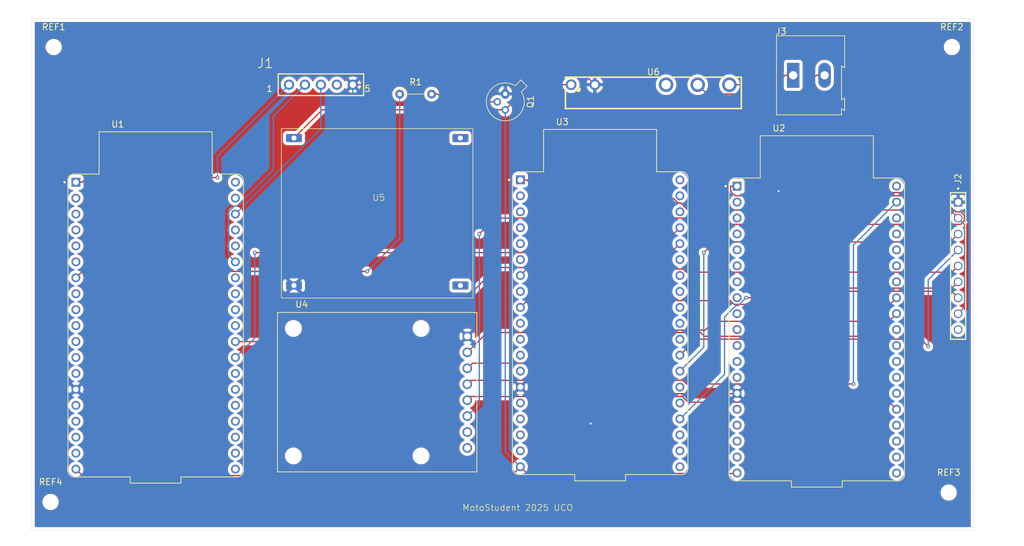
<source format=kicad_pcb>
(kicad_pcb (version 20241229) (generator "pcbnew") (generator_version "9.0")
  (layers (0 "F.Cu" signal) (2 "B.Cu" signal) (13 "F.Paste" user) (15 "B.Paste" user) (5 "F.SilkS" user "F.Silkscreen") (7 "B.SilkS" user "B.Silkscreen") (1 "F.Mask" user) (3 "B.Mask" user) (25 "Edge.Cuts" user))
  (net 0 "")
  (net 46 "Net-(U2-IO2)")
  (net 64 "Net-(U2-3V3)")
  (net 68 "Net-(U2-IO18)")
  (net 69 "Net-(U2-IO19)")
  (net 70 "Net-(U2-IO23)")
  (net 95 "GND")
  (net 96 "Net-(J1-3V3)")
  (net 97 "Net-(J1-D)")
  (net 98 "Net-(J1-C)")
  (net 100 "Net-(J2-DC)")
  (net 101 "Net-(J2-RST)")
  (net 102 "Net-(J2-BL)")
  (net 103 "Net-(J2-SDA)")
  (net 104 "Net-(J2-SCL)")
  (net 105 "Net-(J2-CS)")
  (net 106 "Net-(U1-IO17)")
  (net 107 "Net-(U1-IO16)")
  (net 114 "Net-(J3-Pin_1)")
  (net 115 "Net-(J3-Pin_2)")
  (net 116 "Net-(Q1-C)")
  (net 117 "Net-(Q1-B)")
  (net 118 "Net-(U1-IO32)")
  (footprint "ESP32-DEVKITC-32E:MODULE_ESP32-DEVKITC-32E" (layer "F.Cu") (at 195 106.5)
    (property "Reference" "U2" (at -6.0325 -32.0675 0) (layer "F.SilkS"))
    (property "Value" "ESP32-DEVKITC-32E")
    (fp_line (start -13.97 23.13) (end -13.97 -23.13) (stroke (width 0.127)) (layer "F.SilkS"))
    (fp_line (start -12.97 -24.13) (end -9 -24.13) (stroke (width 0.127)) (layer "F.SilkS"))
    (fp_line (start -12.97 24.13) (end -4.05 24.13) (stroke (width 0.127)) (layer "F.SilkS"))
    (fp_line (start -9 -30.87) (end 9 -30.87) (stroke (width 0.127)) (layer "F.SilkS"))
    (fp_line (start -9 -24.13) (end -9 -30.87) (stroke (width 0.127)) (layer "F.SilkS"))
    (fp_line (start -4.05 24.13) (end -4.05 25.13) (stroke (width 0.127)) (layer "F.SilkS"))
    (fp_line (start -4.05 25.13) (end 4.05 25.13) (stroke (width 0.127)) (layer "F.SilkS"))
    (fp_line (start 4.05 24.13) (end 12.97 24.13) (stroke (width 0.127)) (layer "F.SilkS"))
    (fp_line (start 4.05 25.13) (end 4.05 24.13) (stroke (width 0.127)) (layer "F.SilkS"))
    (fp_line (start 9 -30.87) (end 9 -24.13) (stroke (width 0.127)) (layer "F.SilkS"))
    (fp_line (start 9 -24.13) (end 12.97 -24.13) (stroke (width 0.127)) (layer "F.SilkS"))
    (fp_line (start 13.97 23.13) (end 13.97 -23.13) (stroke (width 0.127)) (layer "F.SilkS"))
    (fp_arc (start -13.97 -23.13) (mid -13.677107 -23.837107) (end -12.97 -24.13) (stroke (width 0.127)) (layer "F.SilkS"))
    (fp_arc (start -12.97 24.13) (mid -13.677107 23.837107) (end -13.97 23.13) (stroke (width 0.127)) (layer "F.SilkS"))
    (fp_arc (start 12.97 -24.13) (mid 13.677107 -23.837107) (end 13.97 -23.13) (stroke (width 0.127)) (layer "F.SilkS"))
    (fp_arc (start 13.97 23.13) (mid 13.677107 23.837107) (end 12.97 24.13) (stroke (width 0.127)) (layer "F.SilkS"))
    (fp_circle (center -14.5 -22.835) (end -14.4 -22.835) (stroke (width 0.2)) (fill no) (layer "F.SilkS"))
    (pad "J2_1" thru_hole rect (at -12.7 -22.835) (size 1.408 1.408) (drill 0.9) (layers "*.Cu" "*.Mask") (net 64 "Net-(U2-3V3)"))
    (pad "J2_2" thru_hole circle (at -12.7 -20.295) (size 1.408 1.408) (drill 0.9) (layers "*.Cu" "*.Mask"))
    (pad "J2_3" thru_hole circle (at -12.7 -17.755) (size 1.408 1.408) (drill 0.9) (layers "*.Cu" "*.Mask"))
    (pad "J2_4" thru_hole circle (at -12.7 -15.215) (size 1.408 1.408) (drill 0.9) (layers "*.Cu" "*.Mask"))
    (pad "J2_5" thru_hole circle (at -12.7 -12.675) (size 1.408 1.408) (drill 0.9) (layers "*.Cu" "*.Mask"))
    (pad "J2_6" thru_hole circle (at -12.7 -10.135) (size 1.408 1.408) (drill 0.9) (layers "*.Cu" "*.Mask"))
    (pad "J2_7" thru_hole circle (at -12.7 -7.595) (size 1.408 1.408) (drill 0.9) (layers "*.Cu" "*.Mask"))
    (pad "J2_8" thru_hole circle (at -12.7 -5.055) (size 1.408 1.408) (drill 0.9) (layers "*.Cu" "*.Mask"))
    (pad "J2_9" thru_hole circle (at -12.7 -2.515) (size 1.408 1.408) (drill 0.9) (layers "*.Cu" "*.Mask"))
    (pad "J2_10" thru_hole circle (at -12.7 0.025) (size 1.408 1.408) (drill 0.9) (layers "*.Cu" "*.Mask"))
    (pad "J2_11" thru_hole circle (at -12.7 2.565) (size 1.408 1.408) (drill 0.9) (layers "*.Cu" "*.Mask"))
    (pad "J2_12" thru_hole circle (at -12.7 5.105) (size 1.408 1.408) (drill 0.9) (layers "*.Cu" "*.Mask"))
    (pad "J2_13" thru_hole circle (at -12.7 7.645) (size 1.408 1.408) (drill 0.9) (layers "*.Cu" "*.Mask"))
    (pad "J2_14" thru_hole circle (at -12.7 10.185) (size 1.408 1.408) (drill 0.9) (layers "*.Cu" "*.Mask") (net 95 "GND"))
    (pad "J2_15" thru_hole circle (at -12.7 12.725) (size 1.408 1.408) (drill 0.9) (layers "*.Cu" "*.Mask"))
    (pad "J2_16" thru_hole circle (at -12.7 15.265) (size 1.408 1.408) (drill 0.9) (layers "*.Cu" "*.Mask"))
    (pad "J2_17" thru_hole circle (at -12.7 17.805) (size 1.408 1.408) (drill 0.9) (layers "*.Cu" "*.Mask"))
    (pad "J2_18" thru_hole circle (at -12.7 20.345) (size 1.408 1.408) (drill 0.9) (layers "*.Cu" "*.Mask"))
    (pad "J2_19" thru_hole circle (at -12.7 22.885) (size 1.408 1.408) (drill 0.9) (layers "*.Cu" "*.Mask") (net 116 "Net-(Q1-C)"))
    (pad "J3_1" thru_hole circle (at 12.7 -22.835) (size 1.408 1.408) (drill 0.9) (layers "*.Cu" "*.Mask"))
    (pad "J3_2" thru_hole circle (at 12.7 -20.295) (size 1.408 1.408) (drill 0.9) (layers "*.Cu" "*.Mask") (net 70 "Net-(U2-IO23)"))
    (pad "J3_3" thru_hole circle (at 12.7 -17.755) (size 1.408 1.408) (drill 0.9) (layers "*.Cu" "*.Mask"))
    (pad "J3_4" thru_hole circle (at 12.7 -15.215) (size 1.408 1.408) (drill 0.9) (layers "*.Cu" "*.Mask"))
    (pad "J3_5" thru_hole circle (at 12.7 -12.675) (size 1.408 1.408) (drill 0.9) (layers "*.Cu" "*.Mask"))
    (pad "J3_6" thru_hole circle (at 12.7 -10.135) (size 1.408 1.408) (drill 0.9) (layers "*.Cu" "*.Mask"))
    (pad "J3_7" thru_hole circle (at 12.7 -7.595) (size 1.408 1.408) (drill 0.9) (layers "*.Cu" "*.Mask"))
    (pad "J3_8" thru_hole circle (at 12.7 -5.055) (size 1.408 1.408) (drill 0.9) (layers "*.Cu" "*.Mask") (net 69 "Net-(U2-IO19)"))
    (pad "J3_9" thru_hole circle (at 12.7 -2.515) (size 1.408 1.408) (drill 0.9) (layers "*.Cu" "*.Mask") (net 68 "Net-(U2-IO18)"))
    (pad "J3_10" thru_hole circle (at 12.7 0.025) (size 1.408 1.408) (drill 0.9) (layers "*.Cu" "*.Mask"))
    (pad "J3_11" thru_hole circle (at 12.7 2.565) (size 1.408 1.408) (drill 0.9) (layers "*.Cu" "*.Mask"))
    (pad "J3_12" thru_hole circle (at 12.7 5.105) (size 1.408 1.408) (drill 0.9) (layers "*.Cu" "*.Mask"))
    (pad "J3_13" thru_hole circle (at 12.7 7.645) (size 1.408 1.408) (drill 0.9) (layers "*.Cu" "*.Mask"))
    (pad "J3_14" thru_hole circle (at 12.7 10.185) (size 1.408 1.408) (drill 0.9) (layers "*.Cu" "*.Mask"))
    (pad "J3_15" thru_hole circle (at 12.7 12.725) (size 1.408 1.408) (drill 0.9) (layers "*.Cu" "*.Mask") (net 46 "Net-(U2-IO2)"))
    (pad "J3_16" thru_hole circle (at 12.7 15.265) (size 1.408 1.408) (drill 0.9) (layers "*.Cu" "*.Mask"))
    (pad "J3_17" thru_hole circle (at 12.7 17.805) (size 1.408 1.408) (drill 0.9) (layers "*.Cu" "*.Mask"))
    (pad "J3_18" thru_hole circle (at 12.7 20.345) (size 1.408 1.408) (drill 0.9) (layers "*.Cu" "*.Mask"))
    (pad "J3_19" thru_hole circle (at 12.7 22.885) (size 1.408 1.408) (drill 0.9) (layers "*.Cu" "*.Mask"))
  )
  (footprint "Library:MODULE_254" (layer "F.Cu") (at 125 116.5)
    (property "Reference" "U4" (at -12 -14 0) (layer "F.SilkS"))
    (property "Value" "YL-30")
    (fp_line (start -15.875 -12.7) (end 15.875 -12.7) (stroke (width 0.127)) (layer "F.SilkS"))
    (fp_line (start -15.875 12.7) (end -15.875 -12.7) (stroke (width 0.127)) (layer "F.SilkS"))
    (fp_line (start 15.875 -12.7) (end 15.875 12.7) (stroke (width 0.127)) (layer "F.SilkS"))
    (fp_line (start 15.875 12.7) (end -15.875 12.7) (stroke (width 0.127)) (layer "F.SilkS"))
    (pad "" np_thru_hole circle (at -13.335 -10.16) (size 2.2 2.2) (drill 2.2) (layers "*.Cu" "*.Mask"))
    (pad "" np_thru_hole circle (at -13.335 10.16) (size 2.2 2.2) (drill 2.2) (layers "*.Cu" "*.Mask"))
    (pad "" np_thru_hole circle (at 6.985 -10.16) (size 2.2 2.2) (drill 2.2) (layers "*.Cu" "*.Mask"))
    (pad "" np_thru_hole circle (at 6.985 10.16) (size 2.2 2.2) (drill 2.2) (layers "*.Cu" "*.Mask"))
    (pad "1" thru_hole circle (at 14.351 -8.89) (size 1.53 1.53) (drill 1.02) (layers "*.Cu" "*.Mask") (net 95 "GND"))
    (pad "2" thru_hole circle (at 14.351 -6.35) (size 1.53 1.53) (drill 1.02) (layers "*.Cu" "*.Mask") (net 69 "Net-(U2-IO19)"))
    (pad "3" thru_hole circle (at 14.351 -3.81) (size 1.53 1.53) (drill 1.02) (layers "*.Cu" "*.Mask") (net 68 "Net-(U2-IO18)"))
    (pad "4" thru_hole circle (at 14.351 -1.27) (size 1.53 1.53) (drill 1.02) (layers "*.Cu" "*.Mask") (net 70 "Net-(U2-IO23)"))
    (pad "5" thru_hole circle (at 14.351 1.27) (size 1.53 1.53) (drill 1.02) (layers "*.Cu" "*.Mask") (net 46 "Net-(U2-IO2)"))
    (pad "6" thru_hole circle (at 14.351 3.81) (size 1.53 1.53) (drill 1.02) (layers "*.Cu" "*.Mask") (net 64 "Net-(U2-3V3)"))
    (pad "7" thru_hole circle (at 14.351 6.35) (size 1.53 1.53) (drill 1.02) (layers "*.Cu" "*.Mask"))
    (pad "8" thru_hole circle (at 14.351 8.89) (size 1.53 1.53) (drill 1.02) (layers "*.Cu" "*.Mask"))
  )
  (footprint "ESP32-DEVKITC-32E:MODULE_ESP32-DEVKITC-32E" (layer "F.Cu") (at 89.7275 105.87)
    (property "Reference" "U1" (at -6.0325 -32.0675 0) (layer "F.SilkS"))
    (property "Value" "ESP32-DEVKITC-32E")
    (fp_line (start -13.97 23.13) (end -13.97 -23.13) (stroke (width 0.127)) (layer "F.SilkS"))
    (fp_line (start -12.97 -24.13) (end -9 -24.13) (stroke (width 0.127)) (layer "F.SilkS"))
    (fp_line (start -12.97 24.13) (end -4.05 24.13) (stroke (width 0.127)) (layer "F.SilkS"))
    (fp_line (start -9 -30.87) (end 9 -30.87) (stroke (width 0.127)) (layer "F.SilkS"))
    (fp_line (start -9 -24.13) (end -9 -30.87) (stroke (width 0.127)) (layer "F.SilkS"))
    (fp_line (start -4.05 24.13) (end -4.05 25.13) (stroke (width 0.127)) (layer "F.SilkS"))
    (fp_line (start -4.05 25.13) (end 4.05 25.13) (stroke (width 0.127)) (layer "F.SilkS"))
    (fp_line (start 4.05 24.13) (end 12.97 24.13) (stroke (width 0.127)) (layer "F.SilkS"))
    (fp_line (start 4.05 25.13) (end 4.05 24.13) (stroke (width 0.127)) (layer "F.SilkS"))
    (fp_line (start 9 -30.87) (end 9 -24.13) (stroke (width 0.127)) (layer "F.SilkS"))
    (fp_line (start 9 -24.13) (end 12.97 -24.13) (stroke (width 0.127)) (layer "F.SilkS"))
    (fp_line (start 13.97 23.13) (end 13.97 -23.13) (stroke (width 0.127)) (layer "F.SilkS"))
    (fp_arc (start -13.97 -23.13) (mid -13.677107 -23.837107) (end -12.97 -24.13) (stroke (width 0.127)) (layer "F.SilkS"))
    (fp_arc (start -12.97 24.13) (mid -13.677107 23.837107) (end -13.97 23.13) (stroke (width 0.127)) (layer "F.SilkS"))
    (fp_arc (start 12.97 -24.13) (mid 13.677107 -23.837107) (end 13.97 -23.13) (stroke (width 0.127)) (layer "F.SilkS"))
    (fp_arc (start 13.97 23.13) (mid 13.677107 23.837107) (end 12.97 24.13) (stroke (width 0.127)) (layer "F.SilkS"))
    (fp_circle (center -14.5 -22.835) (end -14.4 -22.835) (stroke (width 0.2)) (fill no) (layer "F.SilkS"))
    (pad "J2_1" thru_hole rect (at -12.7 -22.835) (size 1.408 1.408) (drill 0.9) (layers "*.Cu" "*.Mask") (net 96 "Net-(J1-3V3)"))
    (pad "J2_2" thru_hole circle (at -12.7 -20.295) (size 1.408 1.408) (drill 0.9) (layers "*.Cu" "*.Mask"))
    (pad "J2_3" thru_hole circle (at -12.7 -17.755) (size 1.408 1.408) (drill 0.9) (layers "*.Cu" "*.Mask"))
    (pad "J2_4" thru_hole circle (at -12.7 -15.215) (size 1.408 1.408) (drill 0.9) (layers "*.Cu" "*.Mask"))
    (pad "J2_5" thru_hole circle (at -12.7 -12.675) (size 1.408 1.408) (drill 0.9) (layers "*.Cu" "*.Mask"))
    (pad "J2_6" thru_hole circle (at -12.7 -10.135) (size 1.408 1.408) (drill 0.9) (layers "*.Cu" "*.Mask"))
    (pad "J2_7" thru_hole circle (at -12.7 -7.595) (size 1.408 1.408) (drill 0.9) (layers "*.Cu" "*.Mask") (net 118 "Net-(U1-IO32)"))
    (pad "J2_8" thru_hole circle (at -12.7 -5.055) (size 1.408 1.408) (drill 0.9) (layers "*.Cu" "*.Mask"))
    (pad "J2_9" thru_hole circle (at -12.7 -2.515) (size 1.408 1.408) (drill 0.9) (layers "*.Cu" "*.Mask"))
    (pad "J2_10" thru_hole circle (at -12.7 0.025) (size 1.408 1.408) (drill 0.9) (layers "*.Cu" "*.Mask"))
    (pad "J2_11" thru_hole circle (at -12.7 2.565) (size 1.408 1.408) (drill 0.9) (layers "*.Cu" "*.Mask"))
    (pad "J2_12" thru_hole circle (at -12.7 5.105) (size 1.408 1.408) (drill 0.9) (layers "*.Cu" "*.Mask"))
    (pad "J2_13" thru_hole circle (at -12.7 7.645) (size 1.408 1.408) (drill 0.9) (layers "*.Cu" "*.Mask"))
    (pad "J2_14" thru_hole circle (at -12.7 10.185) (size 1.408 1.408) (drill 0.9) (layers "*.Cu" "*.Mask") (net 95 "GND"))
    (pad "J2_15" thru_hole circle (at -12.7 12.725) (size 1.408 1.408) (drill 0.9) (layers "*.Cu" "*.Mask"))
    (pad "J2_16" thru_hole circle (at -12.7 15.265) (size 1.408 1.408) (drill 0.9) (layers "*.Cu" "*.Mask"))
    (pad "J2_17" thru_hole circle (at -12.7 17.805) (size 1.408 1.408) (drill 0.9) (layers "*.Cu" "*.Mask"))
    (pad "J2_18" thru_hole circle (at -12.7 20.345) (size 1.408 1.408) (drill 0.9) (layers "*.Cu" "*.Mask"))
    (pad "J2_19" thru_hole circle (at -12.7 22.885) (size 1.408 1.408) (drill 0.9) (layers "*.Cu" "*.Mask") (net 116 "Net-(Q1-C)"))
    (pad "J3_1" thru_hole circle (at 12.7 -22.835) (size 1.408 1.408) (drill 0.9) (layers "*.Cu" "*.Mask"))
    (pad "J3_2" thru_hole circle (at 12.7 -20.295) (size 1.408 1.408) (drill 0.9) (layers "*.Cu" "*.Mask"))
    (pad "J3_3" thru_hole circle (at 12.7 -17.755) (size 1.408 1.408) (drill 0.9) (layers "*.Cu" "*.Mask") (net 98 "Net-(J1-C)"))
    (pad "J3_4" thru_hole circle (at 12.7 -15.215) (size 1.408 1.408) (drill 0.9) (layers "*.Cu" "*.Mask"))
    (pad "J3_5" thru_hole circle (at 12.7 -12.675) (size 1.408 1.408) (drill 0.9) (layers "*.Cu" "*.Mask"))
    (pad "J3_6" thru_hole circle (at 12.7 -10.135) (size 1.408 1.408) (drill 0.9) (layers "*.Cu" "*.Mask") (net 97 "Net-(J1-D)"))
    (pad "J3_7" thru_hole circle (at 12.7 -7.595) (size 1.408 1.408) (drill 0.9) (layers "*.Cu" "*.Mask"))
    (pad "J3_8" thru_hole circle (at 12.7 -5.055) (size 1.408 1.408) (drill 0.9) (layers "*.Cu" "*.Mask"))
    (pad "J3_9" thru_hole circle (at 12.7 -2.515) (size 1.408 1.408) (drill 0.9) (layers "*.Cu" "*.Mask"))
    (pad "J3_10" thru_hole circle (at 12.7 0.025) (size 1.408 1.408) (drill 0.9) (layers "*.Cu" "*.Mask"))
    (pad "J3_11" thru_hole circle (at 12.7 2.565) (size 1.408 1.408) (drill 0.9) (layers "*.Cu" "*.Mask") (net 106 "Net-(U1-IO17)"))
    (pad "J3_12" thru_hole circle (at 12.7 5.105) (size 1.408 1.408) (drill 0.9) (layers "*.Cu" "*.Mask") (net 107 "Net-(U1-IO16)"))
    (pad "J3_13" thru_hole circle (at 12.7 7.645) (size 1.408 1.408) (drill 0.9) (layers "*.Cu" "*.Mask"))
    (pad "J3_14" thru_hole circle (at 12.7 10.185) (size 1.408 1.408) (drill 0.9) (layers "*.Cu" "*.Mask"))
    (pad "J3_15" thru_hole circle (at 12.7 12.725) (size 1.408 1.408) (drill 0.9) (layers "*.Cu" "*.Mask"))
    (pad "J3_16" thru_hole circle (at 12.7 15.265) (size 1.408 1.408) (drill 0.9) (layers "*.Cu" "*.Mask"))
    (pad "J3_17" thru_hole circle (at 12.7 17.805) (size 1.408 1.408) (drill 0.9) (layers "*.Cu" "*.Mask"))
    (pad "J3_18" thru_hole circle (at 12.7 20.345) (size 1.408 1.408) (drill 0.9) (layers "*.Cu" "*.Mask"))
    (pad "J3_19" thru_hole circle (at 12.7 22.885) (size 1.408 1.408) (drill 0.9) (layers "*.Cu" "*.Mask"))
  )
  (footprint "ESP32-DEVKITC-32E:MODULE_ESP32-DEVKITC-32E" (layer "F.Cu") (at 160.5 105.5)
    (property "Reference" "U3" (at -6.0325 -32.0675 0) (layer "F.SilkS"))
    (property "Value" "ESP32-DEVKITC-32E")
    (fp_line (start -13.97 23.13) (end -13.97 -23.13) (stroke (width 0.127)) (layer "F.SilkS"))
    (fp_line (start -12.97 -24.13) (end -9 -24.13) (stroke (width 0.127)) (layer "F.SilkS"))
    (fp_line (start -12.97 24.13) (end -4.05 24.13) (stroke (width 0.127)) (layer "F.SilkS"))
    (fp_line (start -9 -30.87) (end 9 -30.87) (stroke (width 0.127)) (layer "F.SilkS"))
    (fp_line (start -9 -24.13) (end -9 -30.87) (stroke (width 0.127)) (layer "F.SilkS"))
    (fp_line (start -4.05 24.13) (end -4.05 25.13) (stroke (width 0.127)) (layer "F.SilkS"))
    (fp_line (start -4.05 25.13) (end 4.05 25.13) (stroke (width 0.127)) (layer "F.SilkS"))
    (fp_line (start 4.05 24.13) (end 12.97 24.13) (stroke (width 0.127)) (layer "F.SilkS"))
    (fp_line (start 4.05 25.13) (end 4.05 24.13) (stroke (width 0.127)) (layer "F.SilkS"))
    (fp_line (start 9 -30.87) (end 9 -24.13) (stroke (width 0.127)) (layer "F.SilkS"))
    (fp_line (start 9 -24.13) (end 12.97 -24.13) (stroke (width 0.127)) (layer "F.SilkS"))
    (fp_line (start 13.97 23.13) (end 13.97 -23.13) (stroke (width 0.127)) (layer "F.SilkS"))
    (fp_arc (start -13.97 -23.13) (mid -13.677107 -23.837107) (end -12.97 -24.13) (stroke (width 0.127)) (layer "F.SilkS"))
    (fp_arc (start -12.97 24.13) (mid -13.677107 23.837107) (end -13.97 23.13) (stroke (width 0.127)) (layer "F.SilkS"))
    (fp_arc (start 12.97 -24.13) (mid 13.677107 -23.837107) (end 13.97 -23.13) (stroke (width 0.127)) (layer "F.SilkS"))
    (fp_arc (start 13.97 23.13) (mid 13.677107 23.837107) (end 12.97 24.13) (stroke (width 0.127)) (layer "F.SilkS"))
    (fp_circle (center -14.5 -22.835) (end -14.4 -22.835) (stroke (width 0.2)) (fill no) (layer "F.SilkS"))
    (pad "J2_1" thru_hole rect (at -12.7 -22.835) (size 1.408 1.408) (drill 0.9) (layers "*.Cu" "*.Mask") (net 102 "Net-(J2-BL)"))
    (pad "J2_2" thru_hole circle (at -12.7 -20.295) (size 1.408 1.408) (drill 0.9) (layers "*.Cu" "*.Mask"))
    (pad "J2_3" thru_hole circle (at -12.7 -17.755) (size 1.408 1.408) (drill 0.9) (layers "*.Cu" "*.Mask"))
    (pad "J2_4" thru_hole circle (at -12.7 -15.215) (size 1.408 1.408) (drill 0.9) (layers "*.Cu" "*.Mask"))
    (pad "J2_5" thru_hole circle (at -12.7 -12.675) (size 1.408 1.408) (drill 0.9) (layers "*.Cu" "*.Mask"))
    (pad "J2_6" thru_hole circle (at -12.7 -10.135) (size 1.408 1.408) (drill 0.9) (layers "*.Cu" "*.Mask"))
    (pad "J2_7" thru_hole circle (at -12.7 -7.595) (size 1.408 1.408) (drill 0.9) (layers "*.Cu" "*.Mask") (net 101 "Net-(J2-RST)"))
    (pad "J2_8" thru_hole circle (at -12.7 -5.055) (size 1.408 1.408) (drill 0.9) (layers "*.Cu" "*.Mask"))
    (pad "J2_9" thru_hole circle (at -12.7 -2.515) (size 1.408 1.408) (drill 0.9) (layers "*.Cu" "*.Mask") (net 105 "Net-(J2-CS)"))
    (pad "J2_10" thru_hole circle (at -12.7 0.025) (size 1.408 1.408) (drill 0.9) (layers "*.Cu" "*.Mask"))
    (pad "J2_11" thru_hole circle (at -12.7 2.565) (size 1.408 1.408) (drill 0.9) (layers "*.Cu" "*.Mask"))
    (pad "J2_12" thru_hole circle (at -12.7 5.105) (size 1.408 1.408) (drill 0.9) (layers "*.Cu" "*.Mask"))
    (pad "J2_13" thru_hole circle (at -12.7 7.645) (size 1.408 1.408) (drill 0.9) (layers "*.Cu" "*.Mask"))
    (pad "J2_14" thru_hole circle (at -12.7 10.185) (size 1.408 1.408) (drill 0.9) (layers "*.Cu" "*.Mask") (net 95 "GND"))
    (pad "J2_15" thru_hole circle (at -12.7 12.725) (size 1.408 1.408) (drill 0.9) (layers "*.Cu" "*.Mask"))
    (pad "J2_16" thru_hole circle (at -12.7 15.265) (size 1.408 1.408) (drill 0.9) (layers "*.Cu" "*.Mask"))
    (pad "J2_17" thru_hole circle (at -12.7 17.805) (size 1.408 1.408) (drill 0.9) (layers "*.Cu" "*.Mask"))
    (pad "J2_18" thru_hole circle (at -12.7 20.345) (size 1.408 1.408) (drill 0.9) (layers "*.Cu" "*.Mask"))
    (pad "J2_19" thru_hole circle (at -12.7 22.885) (size 1.408 1.408) (drill 0.9) (layers "*.Cu" "*.Mask") (net 116 "Net-(Q1-C)"))
    (pad "J3_1" thru_hole circle (at 12.7 -22.835) (size 1.408 1.408) (drill 0.9) (layers "*.Cu" "*.Mask"))
    (pad "J3_2" thru_hole circle (at 12.7 -20.295) (size 1.408 1.408) (drill 0.9) (layers "*.Cu" "*.Mask"))
    (pad "J3_3" thru_hole circle (at 12.7 -17.755) (size 1.408 1.408) (drill 0.9) (layers "*.Cu" "*.Mask"))
    (pad "J3_4" thru_hole circle (at 12.7 -15.215) (size 1.408 1.408) (drill 0.9) (layers "*.Cu" "*.Mask") (net 107 "Net-(U1-IO16)"))
    (pad "J3_5" thru_hole circle (at 12.7 -12.675) (size 1.408 1.408) (drill 0.9) (layers "*.Cu" "*.Mask") (net 106 "Net-(U1-IO17)"))
    (pad "J3_6" thru_hole circle (at 12.7 -10.135) (size 1.408 1.408) (drill 0.9) (layers "*.Cu" "*.Mask"))
    (pad "J3_7" thru_hole circle (at 12.7 -7.595) (size 1.408 1.408) (drill 0.9) (layers "*.Cu" "*.Mask"))
    (pad "J3_8" thru_hole circle (at 12.7 -5.055) (size 1.408 1.408) (drill 0.9) (layers "*.Cu" "*.Mask"))
    (pad "J3_9" thru_hole circle (at 12.7 -2.515) (size 1.408 1.408) (drill 0.9) (layers "*.Cu" "*.Mask"))
    (pad "J3_10" thru_hole circle (at 12.7 0.025) (size 1.408 1.408) (drill 0.9) (layers "*.Cu" "*.Mask"))
    (pad "J3_11" thru_hole circle (at 12.7 2.565) (size 1.408 1.408) (drill 0.9) (layers "*.Cu" "*.Mask"))
    (pad "J3_12" thru_hole circle (at 12.7 5.105) (size 1.408 1.408) (drill 0.9) (layers "*.Cu" "*.Mask") (net 103 "Net-(J2-SDA)"))
    (pad "J3_13" thru_hole circle (at 12.7 7.645) (size 1.408 1.408) (drill 0.9) (layers "*.Cu" "*.Mask") (net 104 "Net-(J2-SCL)"))
    (pad "J3_14" thru_hole circle (at 12.7 10.185) (size 1.408 1.408) (drill 0.9) (layers "*.Cu" "*.Mask"))
    (pad "J3_15" thru_hole circle (at 12.7 12.725) (size 1.408 1.408) (drill 0.9) (layers "*.Cu" "*.Mask"))
    (pad "J3_16" thru_hole circle (at 12.7 15.265) (size 1.408 1.408) (drill 0.9) (layers "*.Cu" "*.Mask") (net 100 "Net-(J2-DC)"))
    (pad "J3_17" thru_hole circle (at 12.7 17.805) (size 1.408 1.408) (drill 0.9) (layers "*.Cu" "*.Mask"))
    (pad "J3_18" thru_hole circle (at 12.7 20.345) (size 1.408 1.408) (drill 0.9) (layers "*.Cu" "*.Mask"))
    (pad "J3_19" thru_hole circle (at 12.7 22.885) (size 1.408 1.408) (drill 0.9) (layers "*.Cu" "*.Mask"))
  )
  (footprint "relais:RELAY-TH_HF41F-X-ZS_C9900006963" (layer "F.Cu") (at 168.48 67.5)
    (property "Reference" "U6" (at 0.5 -2.027 0) (layer "F.SilkS"))
    (property "Value" "~")
    (fp_line (start -13.5 -1.2) (end -13.5 -0.597) (stroke (width 0.254)) (layer "F.SilkS"))
    (fp_line (start -13.5 -1.2) (end 1.8385 -1.2) (stroke (width 0.254)) (layer "F.SilkS"))
    (fp_line (start -13.5 0.597) (end -13.5 3.8) (stroke (width 0.254)) (layer "F.SilkS"))
    (fp_line (start 3.2015 -1.2) (end 6.8785 -1.2) (stroke (width 0.254)) (layer "F.SilkS"))
    (fp_line (start 8.2415 -1.2) (end 11.9185 -1.2) (stroke (width 0.254)) (layer "F.SilkS"))
    (fp_line (start 13.2815 -1.2) (end 14.5 -1.2) (stroke (width 0.254)) (layer "F.SilkS"))
    (fp_line (start 14.5 -1.2) (end 14.5 3.8) (stroke (width 0.254)) (layer "F.SilkS"))
    (fp_line (start 14.5 3.8) (end -13.5 3.8) (stroke (width 0.254)) (layer "F.SilkS"))
    (fp_circle (center -11.4305 0.762) (end -11.2305 0.762) (stroke (width 0.4)) (fill no) (layer "F.SilkS"))
    (pad "1" thru_hole circle (at -12.6 0) (size 1.7 1.7) (drill 1.1) (layers "*.Cu" "*.Mask") (net 116 "Net-(Q1-C)"))
    (pad "2" thru_hole circle (at -8.8205 0) (size 1.7 1.7) (drill 1.1) (layers "*.Cu" "*.Mask") (net 95 "GND"))
    (pad "3" thru_hole circle (at 2.52 0) (size 2.3 2.3) (drill 1.5) (layers "*.Cu" "*.Mask"))
    (pad "4" thru_hole circle (at 7.56 0) (size 2.3 2.3) (drill 1.5) (layers "*.Cu" "*.Mask") (net 115 "Net-(J3-Pin_2)"))
    (pad "5" thru_hole circle (at 12.6 0) (size 2.3 2.3) (drill 1.5) (layers "*.Cu" "*.Mask") (net 114 "Net-(J3-Pin_1)"))
  )
  (footprint "Package_TO_SOT_THT:TO-18-3" (layer "F.Cu") (at 145.3953 68.96 -90)
    (property "Reference" "Q1" (at 1.27 -4.02 90) (layer "F.SilkS"))
    (property "Value" "BC107")
    (fp_line (start -2.214448 -2.494499) (end -1.302281 -1.582331) (stroke (width 0.12)) (layer "F.SilkS"))
    (fp_line (start -0.312331 -2.572281) (end -1.224499 -3.484448) (stroke (width 0.12)) (layer "F.SilkS"))
    (fp_line (start -1.224499 -3.484448) (end -2.214448 -2.494499) (stroke (width 0.12)) (layer "F.SilkS"))
    (fp_arc (start -0.312331 -2.572281) (mid 3.405462 2.135462) (end -1.302281 -1.582331) (stroke (width 0.12)) (layer "F.SilkS"))
    (pad "1" thru_hole oval (at 0 0 270) (size 1.6 1.2) (drill 0.7) (layers "*.Cu" "*.Mask") (net 95 "GND"))
    (pad "2" thru_hole circle (at 1.27 1.27 270) (size 1.2 1.2) (drill 0.7) (layers "*.Cu" "*.Mask") (net 117 "Net-(Q1-B)"))
    (pad "3" thru_hole circle (at 2.54 0 270) (size 1.2 1.2) (drill 0.7) (layers "*.Cu" "*.Mask") (net 116 "Net-(Q1-C)"))
  )
  (footprint "MountingHole:MountingHole_2.1mm" (layer "F.Cu") (at 216 132.5)
    (property "Reference" "REF3" (at 0 -3.2 0) (layer "F.SilkS"))
    (property "Value" "MountingHole_2.1mm")
    (pad "" np_thru_hole circle (at 0 0) (size 2.1 2.1) (drill 2.1) (layers "*.Cu" "*.Mask"))
  )
  (footprint "Resistor_THT:R_Axial_DIN0204_L3.6mm_D1.6mm_P5.08mm_Vertical" (layer "F.Cu") (at 128.59 69)
    (property "Reference" "R1" (at 2.54 -1.92 0) (layer "F.SilkS"))
    (property "Value" "R")
    (fp_line (start 0.92 0) (end 4.08 0) (stroke (width 0.12)) (layer "F.SilkS"))
    (fp_circle (center 0 0) (end 0.92 0) (stroke (width 0.12)) (fill no) (layer "F.SilkS"))
    (pad "1" thru_hole circle (at 0 0) (size 1.4 1.4) (drill 0.7) (layers "*.Cu" "*.Mask") (net 118 "Net-(U1-IO32)"))
    (pad "2" thru_hole oval (at 5.08 0) (size 1.4 1.4) (drill 0.7) (layers "*.Cu" "*.Mask") (net 117 "Net-(Q1-B)"))
  )
  (footprint "LM2596:LM25" (layer "F.Cu") (at 111.75 76)
    (property "Reference" "U5" (at 13.5 9.5 0) (layer "F.SilkS") (effects (font (thickness 0.1))))
    (property "Value" "~")
    (fp_rect (start -2 -1.5) (end 28.5 25.5) (stroke (width 0.1)) (fill no) (layer "F.SilkS"))
    (pad "1" thru_hole roundrect (at 0 0) (size 2.54 1.27) (drill 0.8) (layers "*.Cu" "*.Mask") (roundrect_rratio 0.15) (net 116 "Net-(Q1-C)"))
    (pad "2" thru_hole roundrect (at 0 23.5) (size 2.54 1.27) (drill 0.8) (layers "*.Cu" "*.Mask") (roundrect_rratio 0.15) (net 95 "GND"))
    (pad "3" thru_hole roundrect (at 26.5 23.5) (size 2.54 1.27) (drill 0.8) (layers "*.Cu" "*.Mask") (roundrect_rratio 0.15))
    (pad "4" thru_hole roundrect (at 26.5 0) (size 2.54 1.27) (drill 0.8) (layers "*.Cu" "*.Mask") (roundrect_rratio 0.15))
  )
  (footprint "TerminalBlock:TerminalBlock_Altech_AK300-2_P5.00mm" (layer "F.Cu") (at 191.235 66)
    (property "Reference" "J3" (at -1.92 -6.99 0) (layer "F.SilkS"))
    (property "Value" "Screw_Terminal_01x02")
    (fp_line (start -2.65 -6.3) (end -2.65 6.3) (stroke (width 0.12)) (layer "F.SilkS"))
    (fp_line (start -2.65 6.3) (end 7.7 6.3) (stroke (width 0.12)) (layer "F.SilkS"))
    (fp_line (start 7.7 -1.5) (end 8.2 -1.2) (stroke (width 0.12)) (layer "F.SilkS"))
    (fp_line (start 7.7 3.9) (end 7.7 -1.5) (stroke (width 0.12)) (layer "F.SilkS"))
    (fp_line (start 7.7 5.35) (end 8.2 5.6) (stroke (width 0.12)) (layer "F.SilkS"))
    (fp_line (start 7.7 6.3) (end 7.7 5.35) (stroke (width 0.12)) (layer "F.SilkS"))
    (fp_line (start 8.2 -6.3) (end -2.65 -6.3) (stroke (width 0.12)) (layer "F.SilkS"))
    (fp_line (start 8.2 -1.2) (end 8.2 -6.3) (stroke (width 0.12)) (layer "F.SilkS"))
    (fp_line (start 8.2 3.65) (end 7.7 3.9) (stroke (width 0.12)) (layer "F.SilkS"))
    (fp_line (start 8.2 3.7) (end 8.2 3.65) (stroke (width 0.12)) (layer "F.SilkS"))
    (fp_line (start 8.2 5.6) (end 8.2 3.7) (stroke (width 0.12)) (layer "F.SilkS"))
    (pad "1" thru_hole rect (at 0 0) (size 1.98 3.96) (drill 1.32) (layers "*.Cu" "*.Mask") (net 114 "Net-(J3-Pin_1)"))
    (pad "2" thru_hole oval (at 5 0) (size 1.98 3.96) (drill 1.32) (layers "*.Cu" "*.Mask") (net 115 "Net-(J3-Pin_2)"))
  )
  (footprint "MountingHole:MountingHole_2.1mm" (layer "F.Cu") (at 216.5 61.5)
    (property "Reference" "REF2" (at 0 -3.2 0) (layer "F.SilkS"))
    (property "Value" "MountingHole_2.1mm")
    (pad "" np_thru_hole circle (at 0 0) (size 2.1 2.1) (drill 2.1) (layers "*.Cu" "*.Mask"))
  )
  (footprint "MountingHole:MountingHole_2.1mm" (layer "F.Cu") (at 73.5 61.5)
    (property "Reference" "REF1" (at 0 -3.2 0) (layer "F.SilkS"))
    (property "Value" "MountingHole_2.1mm")
    (pad "" np_thru_hole circle (at 0 0) (size 2.1 2.1) (drill 2.1) (layers "*.Cu" "*.Mask"))
  )
  (footprint "MountingHole:MountingHole_2.1mm" (layer "F.Cu") (at 73 134)
    (property "Reference" "REF4" (at 0 -3.2 0) (layer "F.SilkS"))
    (property "Value" "MountingHole_2.1mm")
    (pad "" np_thru_hole circle (at 0 0) (size 2.1 2.1) (drill 2.1) (layers "*.Cu" "*.Mask"))
  )
  (footprint "SAMTEC-DW-05-07-X-S-200:SAMTEC-DW-05-07-X-S-200" (layer "F.Cu") (at 116.04 67.5)
    (property "Reference" "J1" (at -8.8685 -3.4075 0) (layer "F.SilkS") (effects (font (size 1.5 1.5))))
    (property "Value" "conn1x05")
    (fp_line (start -6.8 -1.72) (end -6.8 1.72) (stroke (width 0.2)) (layer "F.SilkS"))
    (fp_line (start -6.8 1.72) (end 6.8 1.72) (stroke (width 0.2)) (layer "F.SilkS"))
    (fp_line (start 6.8 -1.72) (end -6.8 -1.72) (stroke (width 0.2)) (layer "F.SilkS"))
    (fp_line (start 6.8 1.72) (end 6.8 -1.72) (stroke (width 0.2)) (layer "F.SilkS"))
    (fp_text user "5" (at 7.42 0.635 0) (layer "F.SilkS"))
    (fp_text user "1" (at -8.17 0.635 0) (layer "F.SilkS"))
    (pad "1" thru_hole circle (at -5.08 0) (size 1.62 1.62) (drill 1.02) (layers "*.Cu") (net 96 "Net-(J1-3V3)"))
    (pad "2" thru_hole circle (at -2.54 0) (size 1.62 1.62) (drill 1.02) (layers "*.Cu") (net 97 "Net-(J1-D)"))
    (pad "3" thru_hole circle (at 0 0) (size 1.62 1.62) (drill 1.02) (layers "*.Cu") (net 98 "Net-(J1-C)"))
    (pad "4" thru_hole circle (at 2.54 0) (size 1.62 1.62) (drill 1.02) (layers "*.Cu"))
    (pad "5" thru_hole circle (at 5.08 0) (size 1.62 1.62) (drill 1.02) (layers "*.Cu") (net 95 "GND"))
  )
  (footprint "ESQ-109-33-G-S:SAMTEC_ESQ-109-33-G-S" (layer "F.Cu") (at 217.5 86.22 -90)
    (property "Reference" "J2" (at -3.72 0 90) (layer "F.SilkS"))
    (property "Value" "Display")
    (fp_line (start -1.525 1.205) (end -1.525 -1.205) (stroke (width 0.2)) (layer "F.SilkS"))
    (fp_line (start 21.845 1.205) (end -1.525 1.205) (stroke (width 0.2)) (layer "F.SilkS"))
    (fp_line (start 21.845 -1.205) (end 21.845 1.205) (stroke (width 0.2)) (layer "F.SilkS"))
    (fp_line (start 21.845 -1.205) (end -1.525 -1.205) (stroke (width 0.2)) (layer "F.SilkS"))
    (fp_circle (center -2.175 0) (end -2.075 0) (stroke (width 0.2)) (fill no) (layer "F.SilkS"))
    (pad "01" thru_hole rect (at 0 0 270) (size 1.37 1.37) (drill 1.02) (layers "*.Cu" "*.Mask") (net 95 "GND"))
    (pad "02" thru_hole circle (at 2.54 0 270) (size 1.37 1.37) (drill 1.02) (layers "*.Cu" "*.Mask") (net 102 "Net-(J2-BL)"))
    (pad "03" thru_hole circle (at 5.08 0 270) (size 1.37 1.37) (drill 1.02) (layers "*.Cu" "*.Mask") (net 104 "Net-(J2-SCL)"))
    (pad "04" thru_hole circle (at 7.62 0 270) (size 1.37 1.37) (drill 1.02) (layers "*.Cu" "*.Mask") (net 103 "Net-(J2-SDA)"))
    (pad "05" thru_hole circle (at 10.16 0 270) (size 1.37 1.37) (drill 1.02) (layers "*.Cu" "*.Mask") (net 101 "Net-(J2-RST)"))
    (pad "06" thru_hole circle (at 12.7 0 270) (size 1.37 1.37) (drill 1.02) (layers "*.Cu" "*.Mask") (net 100 "Net-(J2-DC)"))
    (pad "07" thru_hole circle (at 15.24 0 270) (size 1.37 1.37) (drill 1.02) (layers "*.Cu" "*.Mask") (net 105 "Net-(J2-CS)"))
    (pad "08" thru_hole circle (at 17.78 0 270) (size 1.37 1.37) (drill 1.02) (layers "*.Cu" "*.Mask") (net 102 "Net-(J2-BL)"))
    (pad "09" thru_hole circle (at 20.32 0 270) (size 1.37 1.37) (drill 1.02) (layers "*.Cu" "*.Mask"))
  )
  (gr_rect (start 70 57) (end 220 138.5) (stroke (width 0.05)) (fill no) (layer "Edge.Cuts"))
  (gr_text "MotoStudent 2025 UCO" (at 138.5 135.5 0) (layer "F.SilkS") (effects (font (size 1 1) (thickness 0.1)) (justify left bottom)))
  (segment (start 139.351 117.77) (end 139.926 117.195) (width 0.2) (layer "F.Cu") (net 46))
  (segment (start 139.926 117.195) (end 173.592 117.195) (width 0.2) (layer "F.Cu") (net 46))
  (segment (start 206.572 118.097) (end 207.7 119.225) (width 0.2) (layer "F.Cu") (net 46))
  (segment (start 173.592 117.195) (end 174.494 118.097) (width 0.2) (layer "F.Cu") (net 46))
  (segment (start 174.494 118.097) (end 206.572 118.097) (width 0.2) (layer "F.Cu") (net 46))
  (segment (start 214.517 85.1993) (end 217.091 87.7733) (width 0.2) (layer "F.Cu") (net 64))
  (segment (start 143.787 88.7507) (end 141.263 91.275) (width 0.2) (layer "F.Cu") (net 64))
  (segment (start 217.905 89.7507) (end 175.877 89.7507) (width 0.2) (layer "F.Cu") (net 64))
  (segment (start 217.091 87.7733) (end 217.909 87.7733) (width 0.2) (layer "F.Cu") (net 64))
  (segment (start 181.294 83.665) (end 181.294 84.4984) (width 0.2) (layer "F.Cu") (net 64))
  (segment (start 218.487 88.3512) (end 218.487 89.1688) (width 0.2) (layer "F.Cu") (net 64))
  (segment (start 218.487 89.1688) (end 217.905 89.7507) (width 0.2) (layer "F.Cu") (net 64))
  (segment (start 217.909 87.7733) (end 218.487 88.3512) (width 0.2) (layer "F.Cu") (net 64))
  (segment (start 181.294 84.4984) (end 181.995 85.1993) (width 0.2) (layer "F.Cu") (net 64))
  (segment (start 182.3 83.665) (end 181.294 83.665) (width 0.2) (layer "F.Cu") (net 64))
  (segment (start 174.877 88.7507) (end 143.787 88.7507) (width 0.2) (layer "F.Cu") (net 64))
  (segment (start 181.995 85.1993) (end 214.517 85.1993) (width 0.2) (layer "F.Cu") (net 64))
  (segment (start 175.877 89.7507) (end 174.877 88.7507) (width 0.2) (layer "F.Cu") (net 64))
  (via (at 141.263 91.275) (size 0.6) (drill 0.3) (layers "F.Cu" "B.Cu") (net 64))
  (segment (start 141.263 91.275) (end 141.263 118.398) (width 0.2) (layer "B.Cu") (net 64))
  (segment (start 141.263 118.398) (end 139.351 120.31) (width 0.2) (layer "B.Cu") (net 64))
  (segment (start 207.7 103.985) (end 204.095 107.59) (width 0.2) (layer "F.Cu") (net 68))
  (segment (start 140.166 111.875) (end 139.351 112.69) (width 0.2) (layer "F.Cu") (net 68))
  (segment (start 177.081 107.59) (end 176.502 107.012) (width 0.2) (layer "F.Cu") (net 68))
  (segment (start 172.596 107.012) (end 167.732 111.875) (width 0.2) (layer "F.Cu") (net 68))
  (segment (start 167.732 111.875) (end 140.166 111.875) (width 0.2) (layer "F.Cu") (net 68))
  (segment (start 204.095 107.59) (end 177.081 107.59) (width 0.2) (layer "F.Cu") (net 68))
  (segment (start 176.502 107.012) (end 172.596 107.012) (width 0.2) (layer "F.Cu") (net 68))
  (segment (start 207.7 101.445) (end 203.939 105.206) (width 0.2) (layer "F.Cu") (net 69))
  (segment (start 177.24 106.61) (end 172.23 106.61) (width 0.2) (layer "F.Cu") (net 69))
  (segment (start 203.939 105.206) (end 178.643 105.206) (width 0.2) (layer "F.Cu") (net 69))
  (segment (start 171.994 106.845) (end 171.829 107.01) (width 0.2) (layer "F.Cu") (net 69))
  (segment (start 171.994 106.845) (end 171.829 107.01) (width 0.2) (layer "F.Cu") (net 69))
  (segment (start 142.491 107.01) (end 139.351 110.15) (width 0.2) (layer "F.Cu") (net 69))
  (segment (start 178.643 105.206) (end 177.24 106.61) (width 0.2) (layer "F.Cu") (net 69))
  (segment (start 171.829 107.01) (end 142.491 107.01) (width 0.2) (layer "F.Cu") (net 69))
  (segment (start 172.23 106.61) (end 171.994 106.845) (width 0.2) (layer "F.Cu") (net 69))
  (segment (start 174.25 115.195) (end 200.831 115.195) (width 0.2) (layer "F.Cu") (net 70))
  (segment (start 139.967 114.614) (end 173.669 114.614) (width 0.2) (layer "F.Cu") (net 70))
  (segment (start 173.669 114.614) (end 174.25 115.195) (width 0.2) (layer "F.Cu") (net 70))
  (segment (start 139.351 115.23) (end 139.967 114.614) (width 0.2) (layer "F.Cu") (net 70))
  (via (at 200.831 115.195) (size 0.6) (drill 0.3) (layers "F.Cu" "B.Cu") (net 70))
  (segment (start 200.831 115.195) (end 200.831 93.0742) (width 0.2) (layer "B.Cu") (net 70))
  (segment (start 200.831 93.0742) (end 207.7 86.205) (width 0.2) (layer "B.Cu") (net 70))
  (segment (start 189.145 84.677) (end 188.917 84.4496) (width 0.2) (layer "F.Cu") (net 95))
  (segment (start 144.494 68.96) (end 143.034 67.5) (width 0.2) (layer "F.Cu") (net 95))
  (segment (start 148.926 66.3315) (end 146.297 68.96) (width 0.2) (layer "F.Cu") (net 95))
  (segment (start 148.857 116.742) (end 147.8 115.685) (width 0.2) (layer "F.Cu") (net 95))
  (segment (start 217.5 86.22) (end 216.513 86.22) (width 0.2) (layer "F.Cu") (net 95))
  (segment (start 182.3 116.685) (end 182.243 116.742) (width 0.2) (layer "F.Cu") (net 95))
  (segment (start 214.97 84.677) (end 189.145 84.677) (width 0.2) (layer "F.Cu") (net 95))
  (segment (start 159.66 67.5) (end 158.491 66.3315) (width 0.2) (layer "F.Cu") (net 95))
  (segment (start 146.297 68.96) (end 144.494 68.96) (width 0.2) (layer "F.Cu") (net 95))
  (segment (start 158.491 66.3315) (end 148.926 66.3315) (width 0.2) (layer "F.Cu") (net 95))
  (segment (start 143.034 67.5) (end 121.12 67.5) (width 0.2) (layer "F.Cu") (net 95))
  (segment (start 182.243 116.742) (end 148.857 116.742) (width 0.2) (layer "F.Cu") (net 95))
  (segment (start 216.513 86.22) (end 214.97 84.677) (width 0.2) (layer "F.Cu") (net 95))
  (via (at 159 121.5) (size 0.6) (drill 0.3) (layers "F.Cu" "B.Cu") (net 95))
  (via (at 188.917 84.4496) (size 0.6) (drill 0.3) (layers "F.Cu" "B.Cu") (net 95))
  (segment (start 121.12 67.5) (end 121.12 90.13) (width 0.2) (layer "B.Cu") (net 95))
  (segment (start 108.5 112.206) (end 108.5 102.75) (width 0.2) (layer "B.Cu") (net 95))
  (segment (start 182.3 116.685) (end 188.917 110.068) (width 0.2) (layer "B.Cu") (net 95))
  (segment (start 108.5 102.75) (end 111.75 99.5) (width 0.2) (layer "B.Cu") (net 95))
  (segment (start 188.917 110.068) (end 188.917 84.4496) (width 0.2) (layer "B.Cu") (net 95))
  (segment (start 121.12 90.13) (end 111.75 99.5) (width 0.2) (layer "B.Cu") (net 95))
  (segment (start 78.0332 83.035) (end 78.7632 82.305) (width 0.2) (layer "F.Cu") (net 96))
  (segment (start 77.0275 83.035) (end 78.0332 83.035) (width 0.2) (layer "F.Cu") (net 96))
  (segment (start 78.7632 82.305) (end 99.5652 82.305) (width 0.2) (layer "F.Cu") (net 96))
  (via (at 99.5652 82.305) (size 0.6) (drill 0.3) (layers "F.Cu" "B.Cu") (net 96))
  (segment (start 110.96 67.5) (end 99.5652 78.8948) (width 0.2) (layer "B.Cu") (net 96))
  (segment (start 99.5652 78.8948) (end 99.5652 82.305) (width 0.2) (layer "B.Cu") (net 96))
  (segment (start 108.46 81.0433) (end 108.46 72.5405) (width 0.2) (layer "B.Cu") (net 97))
  (segment (start 101.379 87.7272) (end 102.261 86.845) (width 0.2) (layer "B.Cu") (net 97))
  (segment (start 102.428 95.735) (end 102.4277 95.7348) (width 0.2) (layer "B.Cu") (net 97))
  (segment (start 101.379 94.6861) (end 101.379 87.7272) (width 0.2) (layer "B.Cu") (net 97))
  (segment (start 108.46 72.5405) (end 113.5 67.5) (width 0.2) (layer "B.Cu") (net 97))
  (segment (start 102.261 86.845) (end 102.658 86.845) (width 0.2) (layer "B.Cu") (net 97))
  (segment (start 102.658 86.845) (end 108.46 81.0433) (width 0.2) (layer "B.Cu") (net 97))
  (segment (start 102.4277 95.7348) (end 101.379 94.6861) (width 0.2) (layer "B.Cu") (net 97))
  (segment (start 102.4275 95.735) (end 102.4277 95.7348) (width 0.2) (layer "B.Cu") (net 97))
  (segment (start 102.4275 88.115) (end 102.428 88.115) (width 0.2) (layer "B.Cu") (net 98))
  (segment (start 116.04 74.5025) (end 102.428 88.115) (width 0.2) (layer "B.Cu") (net 98))
  (segment (start 116.04 67.5) (end 116.04 74.5025) (width 0.2) (layer "B.Cu") (net 98))
  (segment (start 217.5 98.92) (end 216.509 99.9107) (width 0.2) (layer "F.Cu") (net 100))
  (segment (start 216.509 99.9107) (end 188 99.9107) (width 0.2) (layer "F.Cu") (net 100))
  (segment (start 183.727 101.447) (end 186.4637 101.447) (width 0.2) (layer "F.Cu") (net 100))
  (segment (start 186.4637 101.447) (end 188 99.9107) (width 0.2) (layer "F.Cu") (net 100))
  (via (at 183.727 101.447) (size 0.6) (drill 0.3) (layers "F.Cu" "B.Cu") (net 100))
  (segment (start 180.312 113.652) (end 180.312 104.514) (width 0.2) (layer "B.Cu") (net 100))
  (segment (start 182.112 102.715) (end 182.458 102.715) (width 0.2) (layer "B.Cu") (net 100))
  (segment (start 180.312 104.514) (end 182.112 102.715) (width 0.2) (layer "B.Cu") (net 100))
  (segment (start 173.2 120.765) (end 180.312 113.652) (width 0.2) (layer "B.Cu") (net 100))
  (segment (start 182.458 102.715) (end 183.727 101.447) (width 0.2) (layer "B.Cu") (net 100))
  (segment (start 148.828 96.8766) (end 173.712 96.8766) (width 0.2) (layer "F.Cu") (net 101))
  (segment (start 174.209 97.3743) (end 216.506 97.3743) (width 0.2) (layer "F.Cu") (net 101))
  (segment (start 147.8 97.905) (end 148.828 96.8766) (width 0.2) (layer "F.Cu") (net 101))
  (segment (start 173.712 96.8766) (end 174.209 97.3743) (width 0.2) (layer "F.Cu") (net 101))
  (segment (start 216.506 97.3743) (end 217.5 96.38) (width 0.2) (layer "F.Cu") (net 101))
  (segment (start 172.906 86.3334) (end 173.328 86.3334) (width 0.2) (layer "F.Cu") (net 102))
  (segment (start 174.47 87.475) (end 216.215 87.475) (width 0.2) (layer "F.Cu") (net 102))
  (segment (start 173.328 86.3334) (end 174.47 87.475) (width 0.2) (layer "F.Cu") (net 102))
  (segment (start 216.215 87.475) (end 217.5 88.76) (width 0.2) (layer "F.Cu") (net 102))
  (segment (start 148.806 82.665) (end 151.762 85.6215) (width 0.2) (layer "F.Cu") (net 102))
  (segment (start 151.762 85.6215) (end 172.194 85.6215) (width 0.2) (layer "F.Cu") (net 102))
  (segment (start 172.194 85.6215) (end 172.194 85.6216) (width 0.2) (layer "F.Cu") (net 102))
  (segment (start 147.8 82.665) (end 148.806 82.665) (width 0.2) (layer "F.Cu") (net 102))
  (segment (start 172.194 85.6216) (end 172.906 86.3334) (width 0.2) (layer "F.Cu") (net 102))
  (segment (start 218.518 102.982) (end 218.518 89.7779) (width 0.2) (layer "B.Cu") (net 102))
  (segment (start 217.5 104) (end 218.518 102.982) (width 0.2) (layer "B.Cu") (net 102))
  (segment (start 218.518 89.7779) (end 217.5 88.76) (width 0.2) (layer "B.Cu") (net 102))
  (segment (start 211.58 108.05) (end 212.744 109.215) (width 0.2) (layer "F.Cu") (net 103))
  (segment (start 173.2 110.605) (end 175.755 108.05) (width 0.2) (layer "F.Cu") (net 103))
  (segment (start 175.755 108.05) (end 211.58 108.05) (width 0.2) (layer "F.Cu") (net 103))
  (via (at 212.744 109.215) (size 0.6) (drill 0.3) (layers "F.Cu" "B.Cu") (net 103))
  (segment (start 212.744 109.215) (end 212.744 98.5956) (width 0.2) (layer "B.Cu") (net 103))
  (segment (start 212.744 98.5956) (end 217.5 93.84) (width 0.2) (layer "B.Cu") (net 103))
  (segment (start 178.714 92.555) (end 216.245 92.555) (width 0.2) (layer "F.Cu") (net 104))
  (segment (start 177.004 94.265) (end 178.714 92.555) (width 0.2) (layer "F.Cu") (net 104))
  (segment (start 216.245 92.555) (end 217.5 91.3) (width 0.2) (layer "F.Cu") (net 104))
  (via (at 177.004 94.265) (size 0.6) (drill 0.3) (layers "F.Cu" "B.Cu") (net 104))
  (segment (start 173.2 113.145) (end 177.004 109.341) (width 0.2) (layer "B.Cu") (net 104))
  (segment (start 177.004 109.341) (end 177.004 94.265) (width 0.2) (layer "B.Cu") (net 104))
  (segment (start 147.8 102.985) (end 148.874 101.911) (width 0.2) (layer "F.Cu") (net 105))
  (segment (start 216.465 100.425) (end 217.5 101.46) (width 0.2) (layer "F.Cu") (net 105))
  (segment (start 187.28 102.5) (end 189.355 100.425) (width 0.2) (layer "F.Cu") (net 105))
  (segment (start 148.874 101.911) (end 181.226 101.911) (width 0.2) (layer "F.Cu") (net 105))
  (segment (start 189.355 100.425) (end 216.465 100.425) (width 0.2) (layer "F.Cu") (net 105))
  (segment (start 181.815 102.5) (end 187.28 102.5) (width 0.2) (layer "F.Cu") (net 105))
  (segment (start 181.226 101.911) (end 181.815 102.5) (width 0.2) (layer "F.Cu") (net 105))
  (segment (start 144.063 96.635) (end 148.374 96.635) (width 0.2) (layer "F.Cu") (net 106))
  (segment (start 169.82 96.2051) (end 173.2 92.825) (width 0.2) (layer "F.Cu") (net 106))
  (segment (start 148.374 96.635) (end 148.804 96.2051) (width 0.2) (layer "F.Cu") (net 106))
  (segment (start 102.428 108.435) (end 132.263 108.435) (width 0.2) (layer "F.Cu") (net 106))
  (segment (start 132.263 108.435) (end 144.063 96.635) (width 0.2) (layer "F.Cu") (net 106))
  (segment (start 148.804 96.2051) (end 169.82 96.2051) (width 0.2) (layer "F.Cu") (net 106))
  (segment (start 102.4275 108.435) (end 102.428 108.435) (width 0.2) (layer "F.Cu") (net 106))
  (segment (start 173.2 90.285) (end 169.22 94.265) (width 0.2) (layer "F.Cu") (net 107))
  (segment (start 169.22 94.265) (end 105.522 94.265) (width 0.2) (layer "F.Cu") (net 107))
  (via (at 105.522 94.265) (size 0.6) (drill 0.3) (layers "F.Cu" "B.Cu") (net 107))
  (segment (start 105.522 107.88) (end 105.522 94.265) (width 0.2) (layer "B.Cu") (net 107))
  (segment (start 102.428 110.975) (end 103.2957 110.107) (width 0.2) (layer "B.Cu") (net 107))
  (segment (start 103.2957 110.107) (end 105.522 107.88) (width 0.2) (layer "B.Cu") (net 107))
  (segment (start 102.4277 110.975) (end 103.2957 110.107) (width 0.2) (layer "B.Cu") (net 107))
  (segment (start 102.4275 110.975) (end 102.4277 110.975) (width 0.2) (layer "B.Cu") (net 107))
  (segment (start 189.943 66) (end 188.443 67.5) (width 0.2) (layer "F.Cu") (net 114))
  (segment (start 188.443 67.5) (end 181.08 67.5) (width 0.2) (layer "F.Cu") (net 114))
  (segment (start 191.235 66) (end 189.943 66) (width 0.2) (layer "F.Cu") (net 114))
  (segment (start 177.528 68.9875) (end 176.04 67.5) (width 0.2) (layer "F.Cu") (net 115))
  (segment (start 194.943 66) (end 191.956 68.9875) (width 0.2) (layer "F.Cu") (net 115))
  (segment (start 196.235 66) (end 194.943 66) (width 0.2) (layer "F.Cu") (net 115))
  (segment (start 191.956 68.9875) (end 177.528 68.9875) (width 0.2) (layer "F.Cu") (net 115))
  (segment (start 145.3952 71.4999) (end 145.3952 71.4998) (width 0.2) (layer "F.Cu") (net 116))
  (segment (start 182.218 129.467) (end 182.3 129.385) (width 0.2) (layer "F.Cu") (net 116))
  (segment (start 111.75 76) (end 116.25 71.5) (width 0.2) (layer "F.Cu") (net 116))
  (segment (start 146.4 129.785) (end 78.0576 129.785) (width 0.2) (layer "F.Cu") (net 116))
  (segment (start 147.8 128.385) (end 148.882 129.467) (width 0.2) (layer "F.Cu") (net 116))
  (segment (start 78.0576 129.785) (end 77.0275 128.755) (width 0.2) (layer "F.Cu") (net 116))
  (segment (start 147.8 128.385) (end 146.4 129.785) (width 0.2) (layer "F.Cu") (net 116))
  (segment (start 148.882 129.467) (end 182.218 129.467) (width 0.2) (layer "F.Cu") (net 116))
  (segment (start 149.395 67.5) (end 155.88 67.5) (width 0.2) (layer "F.Cu") (net 116))
  (segment (start 116.25 71.5) (end 145.395 71.5) (width 0.2) (layer "F.Cu") (net 116))
  (segment (start 145.3953 71.5) (end 145.3952 71.4999) (width 0.2) (layer "F.Cu") (net 116))
  (segment (start 145.3952 71.4998) (end 149.395 67.5) (width 0.2) (layer "F.Cu") (net 116))
  (segment (start 145.395 71.5) (end 145.3952 71.4998) (width 0.2) (layer "F.Cu") (net 116))
  (segment (start 147.8 128.385) (end 145.395 125.98) (width 0.2) (layer "B.Cu") (net 116))
  (segment (start 145.395 125.98) (end 145.395 76.6805) (width 0.2) (layer "B.Cu") (net 116))
  (segment (start 145.395 76.6805) (end 145.395 71.5) (width 0.2) (layer "B.Cu") (net 116))
  (segment (start 145.395 76.6805) (end 145.3953 76.6802) (width 0.2) (layer "B.Cu") (net 116))
  (segment (start 145.3953 76.6802) (end 145.3953 71.5) (width 0.2) (layer "B.Cu") (net 116))
  (segment (start 134.672 69) (end 135.902 70.23) (width 0.2) (layer "F.Cu") (net 117))
  (segment (start 135.902 70.23) (end 144.125 70.23) (width 0.2) (layer "F.Cu") (net 117))
  (segment (start 133.67 69) (end 134.672 69) (width 0.2) (layer "F.Cu") (net 117))
  (segment (start 144.1253 70.23) (end 144.125 70.23) (width 0.2) (layer "F.Cu") (net 117))
  (segment (start 77.0275 98.275) (end 78.0475 97.255) (width 0.2) (layer "F.Cu") (net 118))
  (segment (start 78.0475 97.255) (end 123.392 97.255) (width 0.2) (layer "F.Cu") (net 118))
  (via (at 123.392 97.255) (size 0.6) (drill 0.3) (layers "F.Cu" "B.Cu") (net 118))
  (segment (start 123.392 97.255) (end 128.59 92.0574) (width 0.2) (layer "B.Cu") (net 118))
  (segment (start 128.59 92.0574) (end 128.59 69) (width 0.2) (layer "B.Cu") (net 118))
  (zone (net 95) (net_name "GND") (layer "F.Cu") (connect_pads (clearance 0.5)) (min_thickness 0.25) (fill yes (thermal_gap 0.5) (thermal_bridge_width 0.5))
    (polygon (pts (xy 70 57) (xy 220 57) (xy 220 138.5) (xy 70 138.5)))
  )
  (zone (net 95) (net_name "GND") (layer "B.Cu") (priority 1) (connect_pads (clearance 0.5)) (min_thickness 0.25) (fill yes (thermal_gap 0.5) (thermal_bridge_width 0.5))
    (polygon (pts (xy 66.5 54) (xy 66.5 141) (xy 224 141) (xy 228 137) (xy 228 58) (xy 224 54)))
  )
)
</source>
